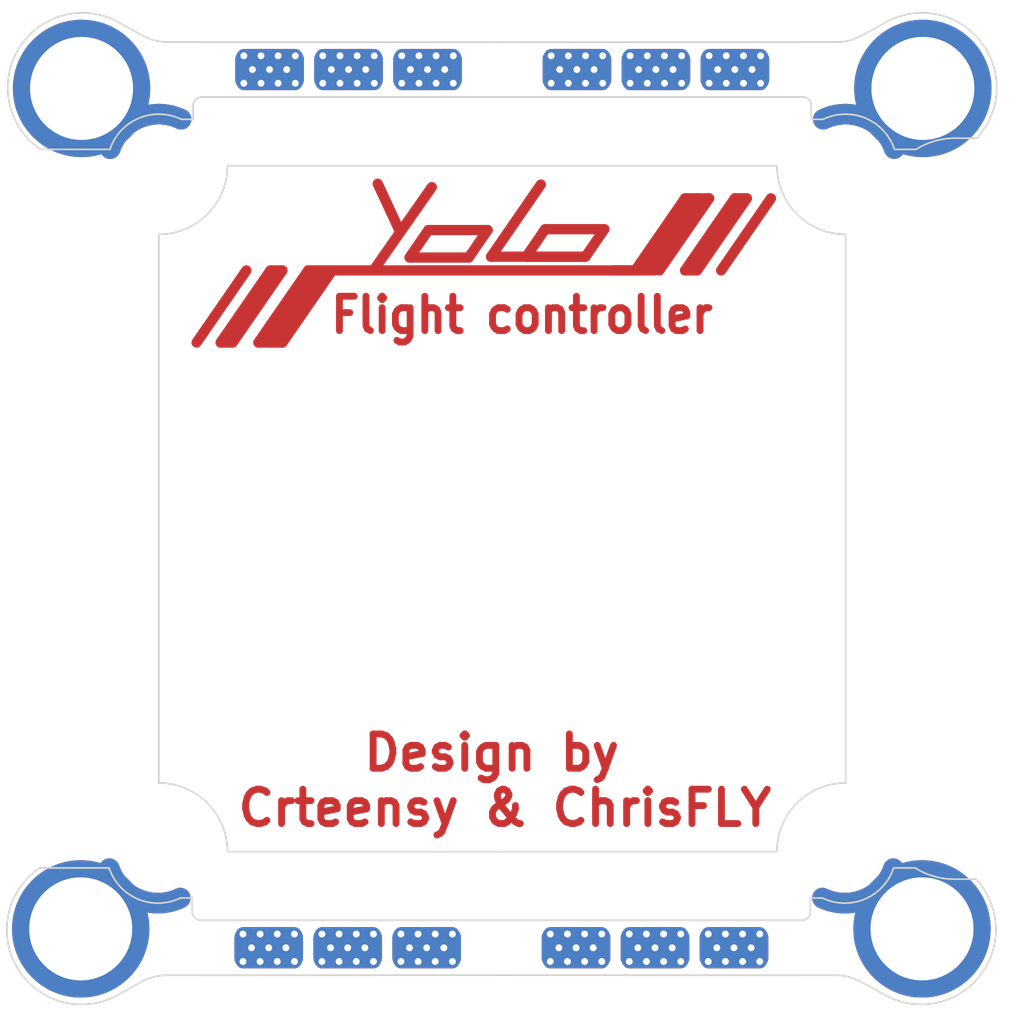
<source format=kicad_pcb>
(kicad_pcb (version 20171130) (host pcbnew "(5.1.4)-1")

  (general
    (thickness 1)
    (drawings 336)
    (tracks 120)
    (zones 0)
    (modules 16)
    (nets 1)
  )

  (page A4)
  (layers
    (0 F.Cu signal)
    (31 B.Cu signal)
    (32 B.Adhes user)
    (33 F.Adhes user)
    (34 B.Paste user)
    (35 F.Paste user)
    (36 B.SilkS user)
    (37 F.SilkS user)
    (38 B.Mask user)
    (39 F.Mask user)
    (40 Dwgs.User user)
    (41 Cmts.User user)
    (42 Eco1.User user)
    (43 Eco2.User user)
    (44 Edge.Cuts user)
    (45 Margin user)
    (46 B.CrtYd user)
    (47 F.CrtYd user)
    (48 B.Fab user)
    (49 F.Fab user)
  )

  (setup
    (last_trace_width 0.1)
    (trace_clearance 0.1)
    (zone_clearance 0.508)
    (zone_45_only no)
    (trace_min 0.1)
    (via_size 0.4)
    (via_drill 0.2)
    (via_min_size 0.4)
    (via_min_drill 0.2)
    (uvia_size 0.3)
    (uvia_drill 0.1)
    (uvias_allowed no)
    (uvia_min_size 0.2)
    (uvia_min_drill 0.1)
    (edge_width 0.05)
    (segment_width 0.2)
    (pcb_text_width 0.3)
    (pcb_text_size 1.5 1.5)
    (mod_edge_width 0.12)
    (mod_text_size 1 1)
    (mod_text_width 0.15)
    (pad_size 2 1.2)
    (pad_drill 0.2)
    (pad_to_mask_clearance 0.051)
    (solder_mask_min_width 0.25)
    (aux_axis_origin 0 0)
    (visible_elements FFFFFF7F)
    (pcbplotparams
      (layerselection 0x010fc_ffffffff)
      (usegerberextensions false)
      (usegerberattributes false)
      (usegerberadvancedattributes false)
      (creategerberjobfile false)
      (excludeedgelayer true)
      (linewidth 0.250000)
      (plotframeref false)
      (viasonmask false)
      (mode 1)
      (useauxorigin false)
      (hpglpennumber 1)
      (hpglpenspeed 20)
      (hpglpendiameter 15.000000)
      (psnegative false)
      (psa4output false)
      (plotreference true)
      (plotvalue true)
      (plotinvisibletext false)
      (padsonsilk false)
      (subtractmaskfromsilk false)
      (outputformat 1)
      (mirror false)
      (drillshape 1)
      (scaleselection 1)
      (outputdirectory ""))
  )

  (net 0 "")

  (net_class Default "Dies ist die voreingestellte Netzklasse."
    (clearance 0.1)
    (trace_width 0.1)
    (via_dia 0.4)
    (via_drill 0.2)
    (uvia_dia 0.3)
    (uvia_drill 0.1)
  )

  (module MountingHole:MountingHole_2.2mm_M2_DIN965_Pad (layer F.Cu) (tedit 60859F6D) (tstamp 6085C301)
    (at 172.15 122.775)
    (descr "Mounting Hole 2.2mm, M2, DIN965")
    (tags "mounting hole 2.2mm m2 din965")
    (attr virtual)
    (fp_text reference REF** (at 0 -2.9 180) (layer F.SilkS) hide
      (effects (font (size 1 1) (thickness 0.15)))
    )
    (fp_text value MountingHole_2.2mm_M2_DIN965_Pad (at 0 2.9 180) (layer F.Fab) hide
      (effects (font (size 1 1) (thickness 0.15)))
    )
    (fp_text user %R (at 0.3 0 180) (layer F.Fab) hide
      (effects (font (size 1 1) (thickness 0.15)))
    )
    (fp_circle (center 0 0) (end 1.2 0) (layer Cmts.User) (width 0.15))
    (fp_circle (center 0 0) (end 2 0) (layer F.CrtYd) (width 0.05))
    (pad 1 thru_hole roundrect (at 0 0) (size 2 1.2) (drill 0.2) (layers *.Cu F.Mask) (roundrect_rratio 0.25))
  )

  (module MountingHole:MountingHole_2.2mm_M2_DIN965_Pad (layer F.Cu) (tedit 60859F6D) (tstamp 6085C2FA)
    (at 174.45 122.775)
    (descr "Mounting Hole 2.2mm, M2, DIN965")
    (tags "mounting hole 2.2mm m2 din965")
    (attr virtual)
    (fp_text reference REF** (at 0 -2.9 180) (layer F.SilkS) hide
      (effects (font (size 1 1) (thickness 0.15)))
    )
    (fp_text value MountingHole_2.2mm_M2_DIN965_Pad (at 0 2.9 180) (layer F.Fab) hide
      (effects (font (size 1 1) (thickness 0.15)))
    )
    (fp_text user %R (at 0.3 0 180) (layer F.Fab) hide
      (effects (font (size 1 1) (thickness 0.15)))
    )
    (fp_circle (center 0 0) (end 1.2 0) (layer Cmts.User) (width 0.15))
    (fp_circle (center 0 0) (end 2 0) (layer F.CrtYd) (width 0.05))
    (pad 1 thru_hole roundrect (at 0 0) (size 2 1.2) (drill 0.2) (layers *.Cu F.Mask) (roundrect_rratio 0.25))
  )

  (module MountingHole:MountingHole_2.2mm_M2_DIN965_Pad (layer F.Cu) (tedit 60859F6D) (tstamp 6085C2F3)
    (at 167.8 122.775)
    (descr "Mounting Hole 2.2mm, M2, DIN965")
    (tags "mounting hole 2.2mm m2 din965")
    (attr virtual)
    (fp_text reference REF** (at 0 -2.9 180) (layer F.SilkS) hide
      (effects (font (size 1 1) (thickness 0.15)))
    )
    (fp_text value MountingHole_2.2mm_M2_DIN965_Pad (at 0 2.9 180) (layer F.Fab) hide
      (effects (font (size 1 1) (thickness 0.15)))
    )
    (fp_text user %R (at 0.3 0 180) (layer F.Fab) hide
      (effects (font (size 1 1) (thickness 0.15)))
    )
    (fp_circle (center 0 0) (end 1.2 0) (layer Cmts.User) (width 0.15))
    (fp_circle (center 0 0) (end 2 0) (layer F.CrtYd) (width 0.05))
    (pad 1 thru_hole roundrect (at 0 0) (size 2 1.2) (drill 0.2) (layers *.Cu F.Mask) (roundrect_rratio 0.25))
  )

  (module MountingHole:MountingHole_2.2mm_M2_DIN965_Pad (layer F.Cu) (tedit 6085A0F4) (tstamp 6085C2EC)
    (at 163.2 122.775)
    (descr "Mounting Hole 2.2mm, M2, DIN965")
    (tags "mounting hole 2.2mm m2 din965")
    (attr virtual)
    (fp_text reference REF** (at 0 -2.9 180) (layer F.SilkS) hide
      (effects (font (size 1 1) (thickness 0.15)))
    )
    (fp_text value MountingHole_2.2mm_M2_DIN965_Pad (at 0 2.9 180) (layer F.Fab) hide
      (effects (font (size 1 1) (thickness 0.15)))
    )
    (fp_circle (center 0 0) (end 2 0) (layer F.CrtYd) (width 0.05))
    (fp_circle (center 0 0) (end 1.2 0) (layer Cmts.User) (width 0.15))
    (fp_text user %R (at 0.3 0 180) (layer F.Fab) hide
      (effects (font (size 1 1) (thickness 0.15)))
    )
    (pad 1 thru_hole roundrect (at 0 0) (size 2 1.2) (drill 0.2) (layers *.Cu F.Mask) (roundrect_rratio 0.25))
  )

  (module MountingHole:MountingHole_2.2mm_M2_DIN965_Pad (layer F.Cu) (tedit 60859F6D) (tstamp 6085C2E5)
    (at 165.5 122.775)
    (descr "Mounting Hole 2.2mm, M2, DIN965")
    (tags "mounting hole 2.2mm m2 din965")
    (attr virtual)
    (fp_text reference REF** (at 0 -2.9 180) (layer F.SilkS) hide
      (effects (font (size 1 1) (thickness 0.15)))
    )
    (fp_text value MountingHole_2.2mm_M2_DIN965_Pad (at 0 2.9 180) (layer F.Fab) hide
      (effects (font (size 1 1) (thickness 0.15)))
    )
    (fp_circle (center 0 0) (end 2 0) (layer F.CrtYd) (width 0.05))
    (fp_circle (center 0 0) (end 1.2 0) (layer Cmts.User) (width 0.15))
    (fp_text user %R (at 0.3 0 180) (layer F.Fab) hide
      (effects (font (size 1 1) (thickness 0.15)))
    )
    (pad 1 thru_hole roundrect (at 0 0) (size 2 1.2) (drill 0.2) (layers *.Cu F.Mask) (roundrect_rratio 0.25))
  )

  (module MountingHole:MountingHole_2.2mm_M2_DIN965_Pad (layer B.Cu) (tedit 60859EEF) (tstamp 6085C2DE)
    (at 157.725 122.225 95)
    (descr "Mounting Hole 2.2mm, M2, DIN965")
    (tags "mounting hole 2.2mm m2 din965")
    (attr virtual)
    (fp_text reference REF** (at 0 2.9 95) (layer B.SilkS) hide
      (effects (font (size 1 1) (thickness 0.15)) (justify mirror))
    )
    (fp_text value MountingHole_2.2mm_M2_DIN965_Pad (at 0 -2.9 95) (layer B.Fab) hide
      (effects (font (size 1 1) (thickness 0.15)) (justify mirror))
    )
    (fp_text user %R (at 0.3 0 95) (layer B.Fab) hide
      (effects (font (size 1 1) (thickness 0.15)) (justify mirror))
    )
    (fp_circle (center 0 0) (end 1.2 0) (layer Cmts.User) (width 0.15))
    (fp_circle (center 0 0) (end 2 0) (layer B.CrtYd) (width 0.05))
    (pad 1 thru_hole circle (at 0 0 95) (size 4 4) (drill 3) (layers *.Cu *.Mask))
  )

  (module MountingHole:MountingHole_2.2mm_M2_DIN965_Pad (layer F.Cu) (tedit 60859F6D) (tstamp 6085C2B2)
    (at 176.75 122.775)
    (descr "Mounting Hole 2.2mm, M2, DIN965")
    (tags "mounting hole 2.2mm m2 din965")
    (attr virtual)
    (fp_text reference REF** (at 0 -2.9 180) (layer F.SilkS) hide
      (effects (font (size 1 1) (thickness 0.15)))
    )
    (fp_text value MountingHole_2.2mm_M2_DIN965_Pad (at 0 2.9 180) (layer F.Fab) hide
      (effects (font (size 1 1) (thickness 0.15)))
    )
    (fp_circle (center 0 0) (end 2 0) (layer F.CrtYd) (width 0.05))
    (fp_circle (center 0 0) (end 1.2 0) (layer Cmts.User) (width 0.15))
    (fp_text user %R (at 0.3 0 180) (layer F.Fab) hide
      (effects (font (size 1 1) (thickness 0.15)))
    )
    (pad 1 thru_hole roundrect (at 0 0) (size 2 1.2) (drill 0.2) (layers *.Cu F.Mask) (roundrect_rratio 0.25))
  )

  (module MountingHole:MountingHole_2.2mm_M2_DIN965_Pad (layer F.Cu) (tedit 60859EEF) (tstamp 6085C2AB)
    (at 182.225 122.225 85)
    (descr "Mounting Hole 2.2mm, M2, DIN965")
    (tags "mounting hole 2.2mm m2 din965")
    (attr virtual)
    (fp_text reference REF** (at 0 -2.9 265) (layer F.SilkS) hide
      (effects (font (size 1 1) (thickness 0.15)))
    )
    (fp_text value MountingHole_2.2mm_M2_DIN965_Pad (at 0 2.9 265) (layer F.Fab) hide
      (effects (font (size 1 1) (thickness 0.15)))
    )
    (fp_circle (center 0 0) (end 2 0) (layer F.CrtYd) (width 0.05))
    (fp_circle (center 0 0) (end 1.2 0) (layer Cmts.User) (width 0.15))
    (fp_text user %R (at 0.3 0 265) (layer F.Fab) hide
      (effects (font (size 1 1) (thickness 0.15)))
    )
    (pad 1 thru_hole circle (at 0 0 85) (size 4 4) (drill 3) (layers *.Cu *.Mask))
  )

  (module MountingHole:MountingHole_2.2mm_M2_DIN965_Pad (layer F.Cu) (tedit 6085A0F4) (tstamp 6085B6D7)
    (at 163.225 97.2)
    (descr "Mounting Hole 2.2mm, M2, DIN965")
    (tags "mounting hole 2.2mm m2 din965")
    (attr virtual)
    (fp_text reference REF** (at 0 -2.9 180) (layer F.SilkS) hide
      (effects (font (size 1 1) (thickness 0.15)))
    )
    (fp_text value MountingHole_2.2mm_M2_DIN965_Pad (at 0 2.9 180) (layer F.Fab) hide
      (effects (font (size 1 1) (thickness 0.15)))
    )
    (fp_circle (center 0 0) (end 2 0) (layer F.CrtYd) (width 0.05))
    (fp_circle (center 0 0) (end 1.2 0) (layer Cmts.User) (width 0.15))
    (fp_text user %R (at 0.3 0 180) (layer F.Fab) hide
      (effects (font (size 1 1) (thickness 0.15)))
    )
    (pad 1 thru_hole roundrect (at 0 0) (size 2 1.2) (drill 0.2) (layers *.Cu F.Mask) (roundrect_rratio 0.25))
  )

  (module MountingHole:MountingHole_2.2mm_M2_DIN965_Pad (layer F.Cu) (tedit 60859F6D) (tstamp 6085B6D0)
    (at 165.525 97.2)
    (descr "Mounting Hole 2.2mm, M2, DIN965")
    (tags "mounting hole 2.2mm m2 din965")
    (attr virtual)
    (fp_text reference REF** (at 0 -2.9 180) (layer F.SilkS) hide
      (effects (font (size 1 1) (thickness 0.15)))
    )
    (fp_text value MountingHole_2.2mm_M2_DIN965_Pad (at 0 2.9 180) (layer F.Fab) hide
      (effects (font (size 1 1) (thickness 0.15)))
    )
    (fp_circle (center 0 0) (end 2 0) (layer F.CrtYd) (width 0.05))
    (fp_circle (center 0 0) (end 1.2 0) (layer Cmts.User) (width 0.15))
    (fp_text user %R (at 0.3 0 180) (layer F.Fab) hide
      (effects (font (size 1 1) (thickness 0.15)))
    )
    (pad 1 thru_hole roundrect (at 0 0) (size 2 1.2) (drill 0.2) (layers *.Cu F.Mask) (roundrect_rratio 0.25))
  )

  (module MountingHole:MountingHole_2.2mm_M2_DIN965_Pad (layer F.Cu) (tedit 60859F6D) (tstamp 6085B6C9)
    (at 167.825 97.2)
    (descr "Mounting Hole 2.2mm, M2, DIN965")
    (tags "mounting hole 2.2mm m2 din965")
    (attr virtual)
    (fp_text reference REF** (at 0 -2.9 180) (layer F.SilkS) hide
      (effects (font (size 1 1) (thickness 0.15)))
    )
    (fp_text value MountingHole_2.2mm_M2_DIN965_Pad (at 0 2.9 180) (layer F.Fab) hide
      (effects (font (size 1 1) (thickness 0.15)))
    )
    (fp_text user %R (at 0.3 0 180) (layer F.Fab) hide
      (effects (font (size 1 1) (thickness 0.15)))
    )
    (fp_circle (center 0 0) (end 1.2 0) (layer Cmts.User) (width 0.15))
    (fp_circle (center 0 0) (end 2 0) (layer F.CrtYd) (width 0.05))
    (pad 1 thru_hole roundrect (at 0 0) (size 2 1.2) (drill 0.2) (layers *.Cu F.Mask) (roundrect_rratio 0.25))
  )

  (module MountingHole:MountingHole_2.2mm_M2_DIN965_Pad (layer F.Cu) (tedit 60859EEF) (tstamp 6085B4BA)
    (at 157.75 97.75 265)
    (descr "Mounting Hole 2.2mm, M2, DIN965")
    (tags "mounting hole 2.2mm m2 din965")
    (attr virtual)
    (fp_text reference REF** (at 0 -2.9 265) (layer F.SilkS) hide
      (effects (font (size 1 1) (thickness 0.15)))
    )
    (fp_text value MountingHole_2.2mm_M2_DIN965_Pad (at 0 2.9 265) (layer F.Fab) hide
      (effects (font (size 1 1) (thickness 0.15)))
    )
    (fp_circle (center 0 0) (end 2 0) (layer F.CrtYd) (width 0.05))
    (fp_circle (center 0 0) (end 1.2 0) (layer Cmts.User) (width 0.15))
    (fp_text user %R (at 0.3 0 265) (layer F.Fab) hide
      (effects (font (size 1 1) (thickness 0.15)))
    )
    (pad 1 thru_hole circle (at 0 0 265) (size 4 4) (drill 3) (layers *.Cu *.Mask))
  )

  (module MountingHole:MountingHole_2.2mm_M2_DIN965_Pad (layer F.Cu) (tedit 60859F6D) (tstamp 6085B177)
    (at 172.175 97.2)
    (descr "Mounting Hole 2.2mm, M2, DIN965")
    (tags "mounting hole 2.2mm m2 din965")
    (attr virtual)
    (fp_text reference REF** (at 0 -2.9 180) (layer F.SilkS) hide
      (effects (font (size 1 1) (thickness 0.15)))
    )
    (fp_text value MountingHole_2.2mm_M2_DIN965_Pad (at 0 2.9 180) (layer F.Fab) hide
      (effects (font (size 1 1) (thickness 0.15)))
    )
    (fp_text user %R (at 0.3 0 180) (layer F.Fab) hide
      (effects (font (size 1 1) (thickness 0.15)))
    )
    (fp_circle (center 0 0) (end 1.2 0) (layer Cmts.User) (width 0.15))
    (fp_circle (center 0 0) (end 2 0) (layer F.CrtYd) (width 0.05))
    (pad 1 thru_hole roundrect (at 0 0) (size 2 1.2) (drill 0.2) (layers *.Cu F.Mask) (roundrect_rratio 0.25))
  )

  (module MountingHole:MountingHole_2.2mm_M2_DIN965_Pad (layer F.Cu) (tedit 60859F6D) (tstamp 6085B177)
    (at 174.475 97.2)
    (descr "Mounting Hole 2.2mm, M2, DIN965")
    (tags "mounting hole 2.2mm m2 din965")
    (attr virtual)
    (fp_text reference REF** (at 0 -2.9 180) (layer F.SilkS) hide
      (effects (font (size 1 1) (thickness 0.15)))
    )
    (fp_text value MountingHole_2.2mm_M2_DIN965_Pad (at 0 2.9 180) (layer F.Fab) hide
      (effects (font (size 1 1) (thickness 0.15)))
    )
    (fp_text user %R (at 0.3 0 180) (layer F.Fab) hide
      (effects (font (size 1 1) (thickness 0.15)))
    )
    (fp_circle (center 0 0) (end 1.2 0) (layer Cmts.User) (width 0.15))
    (fp_circle (center 0 0) (end 2 0) (layer F.CrtYd) (width 0.05))
    (pad 1 thru_hole roundrect (at 0 0) (size 2 1.2) (drill 0.2) (layers *.Cu F.Mask) (roundrect_rratio 0.25))
  )

  (module MountingHole:MountingHole_2.2mm_M2_DIN965_Pad (layer F.Cu) (tedit 60859F6D) (tstamp 6085AF9E)
    (at 176.775 97.2)
    (descr "Mounting Hole 2.2mm, M2, DIN965")
    (tags "mounting hole 2.2mm m2 din965")
    (attr virtual)
    (fp_text reference REF** (at 0 -2.9 180) (layer F.SilkS) hide
      (effects (font (size 1 1) (thickness 0.15)))
    )
    (fp_text value MountingHole_2.2mm_M2_DIN965_Pad (at 0 2.9 180) (layer F.Fab) hide
      (effects (font (size 1 1) (thickness 0.15)))
    )
    (fp_circle (center 0 0) (end 2 0) (layer F.CrtYd) (width 0.05))
    (fp_circle (center 0 0) (end 1.2 0) (layer Cmts.User) (width 0.15))
    (fp_text user %R (at 0.3 0 180) (layer F.Fab) hide
      (effects (font (size 1 1) (thickness 0.15)))
    )
    (pad 1 thru_hole roundrect (at 0 0) (size 2 1.2) (drill 0.2) (layers *.Cu F.Mask) (roundrect_rratio 0.25))
  )

  (module MountingHole:MountingHole_2.2mm_M2_DIN965_Pad (layer B.Cu) (tedit 60859EEF) (tstamp 6085A67F)
    (at 182.25 97.75 275)
    (descr "Mounting Hole 2.2mm, M2, DIN965")
    (tags "mounting hole 2.2mm m2 din965")
    (attr virtual)
    (fp_text reference REF** (at 0 2.9 95) (layer B.SilkS) hide
      (effects (font (size 1 1) (thickness 0.15)) (justify mirror))
    )
    (fp_text value MountingHole_2.2mm_M2_DIN965_Pad (at 0 -2.9 95) (layer B.Fab) hide
      (effects (font (size 1 1) (thickness 0.15)) (justify mirror))
    )
    (fp_text user %R (at 0.3 0 95) (layer B.Fab) hide
      (effects (font (size 1 1) (thickness 0.15)) (justify mirror))
    )
    (fp_circle (center 0 0) (end 1.2 0) (layer Cmts.User) (width 0.15))
    (fp_circle (center 0 0) (end 2 0) (layer B.CrtYd) (width 0.05))
    (pad 1 thru_hole circle (at 0 0 275) (size 4 4) (drill 3) (layers *.Cu *.Mask))
  )

  (gr_line (start 162.9 105.15) (end 163.6 105.15) (layer F.Mask) (width 0.3) (tstamp 6085E212))
  (gr_line (start 161.8 105.15) (end 163.25 103.05) (layer F.Mask) (width 0.3) (tstamp 6085E211))
  (gr_line (start 163.25 103.05) (end 163.6 103.05) (layer F.Cu) (width 0.3) (tstamp 6085E210))
  (gr_line (start 162.15 105.15) (end 163.6 103.05) (layer F.Mask) (width 0.3) (tstamp 6085E20F))
  (gr_line (start 163.250001 105.15) (end 164.7 103.05) (layer F.Cu) (width 0.3) (tstamp 6085E20E))
  (gr_line (start 161.1 105.15) (end 162.55 103.05) (layer F.Cu) (width 0.3) (tstamp 6085E20D))
  (gr_line (start 163.6 105.15) (end 165.05 103.05) (layer F.Mask) (width 0.3) (tstamp 6085E20C))
  (gr_line (start 161.1 105.15) (end 162.55 103.05) (layer F.Mask) (width 0.3) (tstamp 6085E20B))
  (gr_line (start 162.9 105.15) (end 164.35 103.05) (layer F.Cu) (width 0.3) (tstamp 6085E20A))
  (gr_line (start 163.250001 105.15) (end 164.7 103.05) (layer F.Mask) (width 0.3) (tstamp 6085E209))
  (gr_line (start 162.9 105.15) (end 164.35 103.05) (layer F.Mask) (width 0.3) (tstamp 6085E208))
  (gr_line (start 162.9 105.15) (end 163.6 105.15) (layer F.Cu) (width 0.3) (tstamp 6085E207))
  (gr_line (start 163.6 105.15) (end 165.05 103.05) (layer F.Cu) (width 0.3) (tstamp 6085E206))
  (gr_line (start 162.15 105.15) (end 163.6 103.05) (layer F.Cu) (width 0.3) (tstamp 6085E205))
  (gr_line (start 161.8 105.15) (end 163.25 103.05) (layer F.Cu) (width 0.3) (tstamp 6085E204))
  (gr_line (start 163.25 103.05) (end 163.6 103.05) (layer F.Mask) (width 0.3) (tstamp 6085E203))
  (gr_line (start 161.8 105.15) (end 162.15 105.15) (layer F.Cu) (width 0.3) (tstamp 6085E202))
  (gr_line (start 161.8 105.15) (end 162.15 105.15) (layer F.Mask) (width 0.3) (tstamp 6085E201))
  (gr_line (start 175.675 103.05) (end 175.325 103.05) (layer F.Mask) (width 0.3) (tstamp 6085D0A9))
  (gr_line (start 173.975 103.05) (end 173.275 103.05) (layer F.Cu) (width 0.3) (tstamp 6085CFC8))
  (gr_line (start 173.975 103.05) (end 173.275 103.05) (layer F.Mask) (width 0.3) (tstamp 6085D0A4))
  (gr_line (start 175.675 103.05) (end 175.325 103.05) (layer F.Cu) (width 0.3) (tstamp 6085CFD8))
  (gr_line (start 167.325 102.675) (end 169.025 102.675) (layer F.Mask) (width 0.3) (tstamp 6085D281))
  (gr_line (start 167.3 102.675) (end 167.85 101.875) (layer F.Mask) (width 0.3) (tstamp 6085D280))
  (gr_line (start 169.575 101.875) (end 167.85 101.875) (layer F.Mask) (width 0.3) (tstamp 6085D27F))
  (gr_line (start 169.025 102.675) (end 169.575 101.875) (layer F.Mask) (width 0.3) (tstamp 6085D27E))
  (gr_line (start 167.325 102.675) (end 169.025 102.675) (layer F.Cu) (width 0.3) (tstamp 6085D27D))
  (gr_line (start 167.3 102.675) (end 167.85 101.875) (layer F.Cu) (width 0.3) (tstamp 6085D27C))
  (gr_line (start 169.025 102.675) (end 169.575 101.875) (layer F.Cu) (width 0.3) (tstamp 6085D27B))
  (gr_line (start 169.575 101.875) (end 167.85 101.875) (layer F.Cu) (width 0.3) (tstamp 6085D27A))
  (gr_line (start 169.675 102.65) (end 172.425 102.65) (layer F.Mask) (width 0.3))
  (gr_line (start 169.675 102.65) (end 172.4 102.65) (layer F.Cu) (width 0.3) (tstamp 6086184F))
  (gr_line (start 172.975 101.85) (end 171.25 101.85) (layer F.Cu) (width 0.3) (tstamp 60861852))
  (gr_line (start 172.425 102.65) (end 172.975 101.85) (layer F.Cu) (width 0.3) (tstamp 60861851))
  (gr_line (start 172.425 102.65) (end 172.975 101.85) (layer F.Mask) (width 0.3) (tstamp 6085CB45))
  (gr_line (start 172.975 101.85) (end 171.25 101.85) (layer F.Mask) (width 0.3) (tstamp 6085CB46))
  (gr_line (start 177.125 100.95) (end 176.775 100.95) (layer F.Mask) (width 0.3) (tstamp 6085D18E))
  (gr_line (start 176.775 100.95) (end 175.325 103.05) (layer F.Cu) (width 0.3) (tstamp 6085D0B7))
  (gr_line (start 177.125 100.95) (end 175.675 103.05) (layer F.Cu) (width 0.3) (tstamp 6085D0B7))
  (gr_line (start 176.025 100.95) (end 175.325 100.95) (layer F.Mask) (width 0.3) (tstamp 6085D0A4))
  (gr_line (start 177.825 100.95) (end 176.375 103.05) (layer F.Mask) (width 0.3) (tstamp 6085D099))
  (gr_line (start 177.125 100.95) (end 175.675 103.05) (layer F.Mask) (width 0.3) (tstamp 6085D099))
  (gr_line (start 176.775 100.95) (end 175.325 103.05) (layer F.Mask) (width 0.3) (tstamp 6085D099))
  (gr_line (start 175.675 100.95) (end 174.225 103.05) (layer F.Mask) (width 0.3) (tstamp 6085D099))
  (gr_line (start 176.025 100.95) (end 174.575 103.05) (layer F.Mask) (width 0.3) (tstamp 6085D099))
  (gr_line (start 175.325 100.95) (end 173.875 103.05) (layer F.Mask) (width 0.3) (tstamp 6085D096))
  (gr_line (start 176.025 100.95) (end 174.575 103.05) (layer F.Cu) (width 0.3) (tstamp 6085CFD4))
  (gr_line (start 176.025 100.95) (end 175.325 100.95) (layer F.Cu) (width 0.3) (tstamp 6085CFC3))
  (gr_line (start 177.125 100.95) (end 176.775 100.95) (layer F.Cu) (width 0.3) (tstamp 6085CFC3))
  (gr_line (start 177.825 100.95) (end 176.375 103.05) (layer F.Cu) (width 0.3) (tstamp 6085CF80))
  (gr_line (start 175.675 100.95) (end 174.225 103.05) (layer F.Cu) (width 0.3) (tstamp 6085CF70))
  (gr_line (start 175.325 100.95) (end 173.875 103.05) (layer F.Cu) (width 0.3) (tstamp 6085CF2B))
  (gr_text "Design by \nCrteensy & ChrisFLY" (at 170.075 117.9) (layer F.Mask) (tstamp 6085CD5D)
    (effects (font (size 1 1) (thickness 0.2)))
  )
  (gr_text "Design by \nCrteensy & ChrisFLY" (at 170.075 117.9) (layer F.Cu) (tstamp 6085CD41)
    (effects (font (size 1 1) (thickness 0.2)))
  )
  (gr_line (start 166.25 103.05) (end 167.95 100.625) (layer F.Cu) (width 0.3) (tstamp 60861853))
  (gr_line (start 170.7 102.65) (end 171.25 101.85) (layer F.Cu) (width 0.3) (tstamp 6086184E))
  (gr_line (start 174.425 103.05) (end 164.35 103.05) (layer F.Cu) (width 0.3) (tstamp 6086184D))
  (gr_line (start 166.375 100.525) (end 167.025 101.925) (layer F.Cu) (width 0.3) (tstamp 6086184C))
  (gr_line (start 171.125 100.55) (end 169.675 102.65) (layer F.Cu) (width 0.3) (tstamp 60861849))
  (gr_line (start 170.725 102.65) (end 172.425 102.65) (layer F.Cu) (width 0.3) (tstamp 60861848))
  (gr_line (start 170.7 102.65) (end 171.25 101.85) (layer F.Mask) (width 0.3) (tstamp 6085CB47))
  (gr_line (start 170.725 102.65) (end 172.425 102.65) (layer F.Mask) (width 0.3) (tstamp 6085CB44))
  (gr_line (start 171.125 100.55) (end 169.675 102.65) (layer F.Mask) (width 0.3))
  (gr_line (start 166.275 103.025) (end 167.95 100.625) (layer F.Mask) (width 0.3))
  (gr_line (start 174.575 103.05) (end 164.35 103.05) (layer F.Mask) (width 0.3))
  (gr_line (start 166.375 100.525) (end 167.025 101.925) (layer F.Mask) (width 0.3))
  (gr_text "Flight controller" (at 170.575 104.325) (layer F.Mask) (tstamp 6085CA3E)
    (effects (font (size 1 0.9) (thickness 0.2)))
  )
  (gr_text "Flight controller" (at 170.575 104.35) (layer F.Cu)
    (effects (font (size 1 0.9) (thickness 0.2)))
  )
  (gr_line (start 160 102) (end 160 117.975) (layer Edge.Cuts) (width 0.05) (tstamp 6085C9C8))
  (gr_line (start 180 117.975) (end 180 102) (layer Edge.Cuts) (width 0.05) (tstamp 6085C9C7))
  (gr_arc (start 180 119.975) (end 178 119.975) (angle 90) (layer Edge.Cuts) (width 0.05) (tstamp 6085C9BA))
  (gr_arc (start 160 119.975) (end 162 119.975) (angle -90) (layer Edge.Cuts) (width 0.05) (tstamp 6085C9B9))
  (gr_line (start 162 119.975) (end 170 119.975) (layer Edge.Cuts) (width 0.05) (tstamp 6085C9B8))
  (gr_line (start 178 119.975) (end 170 119.975) (layer Edge.Cuts) (width 0.05) (tstamp 6085C9B7))
  (gr_arc (start 160 100) (end 162 100) (angle 90) (layer Edge.Cuts) (width 0.05) (tstamp 6085C9A9))
  (gr_line (start 162 100) (end 170 100) (layer Edge.Cuts) (width 0.05) (tstamp 6085C9A8))
  (gr_line (start 178 100) (end 170 100) (layer Edge.Cuts) (width 0.05))
  (gr_arc (start 180 100) (end 178 100) (angle -90) (layer Edge.Cuts) (width 0.05))
  (gr_circle (center 180 100) (end 182 100.025) (layer Eco1.User) (width 0.15))
  (gr_circle (center 180 100) (end 181.5 100) (layer Eco1.User) (width 0.15))
  (gr_arc (start 159.975 119.975) (end 159.975 121.475) (angle 70.7) (layer B.Mask) (width 0.6) (tstamp 6085C2DD))
  (gr_line (start 158.898227 124.097214) (end 159.526661 123.753097) (layer Edge.Cuts) (width 0.05) (tstamp 6085C2DC))
  (gr_line (start 160.700001 121.325) (end 160.625723 121.326503) (layer Edge.Cuts) (width 0.05) (tstamp 6085C2DB))
  (gr_arc (start 157.723744 122.223744) (end 157.725 120.725) (angle 58.72519265) (layer Eco1.User) (width 0.2) (tstamp 6085C2DA))
  (gr_line (start 160.235585 123.575) (end 169.975 123.572167) (layer Edge.Cuts) (width 0.05) (tstamp 6085C2D9))
  (gr_line (start 160.975 121.325) (end 160.700001 121.325) (layer Edge.Cuts) (width 0.05) (tstamp 6085C2D8))
  (gr_arc (start 159.872 120.984694) (end 159.072 121.559694) (angle -53.02067181) (layer Eco1.User) (width 0.2) (tstamp 6085C2D7))
  (gr_line (start 156.526293 120.451899) (end 156.55 120.45) (layer Edge.Cuts) (width 0.05) (tstamp 6085C2D6))
  (gr_arc (start 160.235585 125.075) (end 160.235585 123.575) (angle -28.2042395) (layer Edge.Cuts) (width 0.05) (tstamp 6085C2D5))
  (gr_arc (start 157.75 122.25) (end 155.575 122.25) (angle 55.76253722) (layer Edge.Cuts) (width 0.05) (tstamp 6085C2D4))
  (gr_arc (start 161.225 121.725) (end 160.975 121.725) (angle -90) (layer Edge.Cuts) (width 0.05) (tstamp 6085C2D3))
  (gr_line (start 158.55 120.450001) (end 156.55 120.45) (layer Edge.Cuts) (width 0.05) (tstamp 6085C2D2))
  (gr_arc (start 159.975723 119.976503) (end 159.975 121.475) (angle -25.7) (layer B.Cu) (width 0.6) (tstamp 6085C2D1))
  (gr_line (start 158.5596 120.471632) (end 158.55 120.450001) (layer Edge.Cuts) (width 0.05) (tstamp 6085C2D0))
  (gr_arc (start 159.975 119.975) (end 159.975 121.475) (angle 70.7) (layer F.Mask) (width 0.6) (tstamp 6085C2CF))
  (gr_arc (start 159.975 119.975) (end 159.975 121.475) (angle 70.7) (layer B.Cu) (width 0.6) (tstamp 6085C2CE))
  (gr_arc (start 159.975723 119.976503) (end 159.975 121.475) (angle -25.7) (layer F.Cu) (width 0.6) (tstamp 6085C2CD))
  (gr_line (start 159.072 121.559694) (end 159.005353 121.446754) (layer Eco1.User) (width 0.2) (tstamp 6085C2CC))
  (gr_arc (start 159.975 119.975) (end 159.975 121.475) (angle 70.7) (layer F.Cu) (width 0.6) (tstamp 6085C2CB))
  (gr_arc (start 159.975723 119.976503) (end 159.975 121.475) (angle -25.7) (layer B.Mask) (width 0.6) (tstamp 6085C2CA))
  (gr_arc (start 159.975723 119.976503) (end 159.975 121.475) (angle -25.7) (layer F.Mask) (width 0.6) (tstamp 6085C2C9))
  (gr_arc (start 179.975 119.975) (end 179.975 121.475) (angle -70.7) (layer F.Cu) (width 0.6) (tstamp 6085C2C8))
  (gr_arc (start 179.974277 119.976503) (end 179.975 121.475) (angle 25.7) (layer B.Cu) (width 0.6) (tstamp 6085C2C7))
  (gr_arc (start 179.975 119.975) (end 179.975 121.475) (angle -70.7) (layer B.Cu) (width 0.6) (tstamp 6085C2C6))
  (gr_arc (start 182.2 122.25) (end 184.375 122.25) (angle -42.67218491) (layer Edge.Cuts) (width 0.05) (tstamp 6085C2C5))
  (gr_arc (start 183.175 118.6) (end 182.025 120.45) (angle -29.53808178) (layer Edge.Cuts) (width 0.05) (tstamp 6085C2C4))
  (gr_arc (start 157.75 122.25) (end 155.575 122.25) (angle -121.8650605) (layer Edge.Cuts) (width 0.05) (tstamp 6085C2C3))
  (gr_arc (start 159.975 119.975) (end 159.975 121.475) (angle -25.70995378) (layer Edge.Cuts) (width 0.05) (tstamp 6085C2C2))
  (gr_arc (start 159.975 119.975) (end 159.975 121.475) (angle 70.66519146) (layer Edge.Cuts) (width 0.05) (tstamp 6085C2C1))
  (gr_line (start 183.799155 120.775779) (end 183.086521 120.776504) (layer Edge.Cuts) (width 0.05) (tstamp 6085C2C0))
  (gr_arc (start 179.974277 119.976503) (end 179.975 121.475) (angle 25.7) (layer F.Mask) (width 0.6) (tstamp 6085C2BF))
  (gr_arc (start 179.974277 119.976503) (end 179.975 121.475) (angle 25.7) (layer F.Cu) (width 0.6) (tstamp 6085C2BE))
  (gr_line (start 161.225 121.975) (end 169.975 121.974999) (layer Edge.Cuts) (width 0.05) (tstamp 6085C2BD))
  (gr_arc (start 179.974277 119.976503) (end 179.975 121.475) (angle 25.7) (layer B.Mask) (width 0.6) (tstamp 6085C2BC))
  (gr_arc (start 179.975 119.975) (end 179.975 121.475) (angle -70.7) (layer F.Mask) (width 0.6) (tstamp 6085C2BB))
  (gr_line (start 160.975 121.725) (end 160.975 121.325) (layer Edge.Cuts) (width 0.05) (tstamp 6085C2BA))
  (gr_arc (start 179.975 119.975) (end 179.975 121.475) (angle -70.7) (layer B.Mask) (width 0.6) (tstamp 6085C2B9))
  (gr_arc (start 178.725 121.725) (end 178.975 121.725) (angle 90) (layer Edge.Cuts) (width 0.05) (tstamp 6085C2AA))
  (gr_arc (start 179.714415 125.075) (end 179.714415 123.575) (angle 28.2042395) (layer Edge.Cuts) (width 0.05) (tstamp 6085C2A9))
  (gr_line (start 181.4 120.45) (end 182.025 120.45) (layer Edge.Cuts) (width 0.05) (tstamp 6085C2A8))
  (gr_line (start 179.25 121.325) (end 179.324277 121.326503) (layer Edge.Cuts) (width 0.05) (tstamp 6085C2A7))
  (gr_line (start 179.714415 123.575) (end 169.975 123.572167) (layer Edge.Cuts) (width 0.05) (tstamp 6085C2A6))
  (gr_line (start 178.975 121.325) (end 179.25 121.325) (layer Edge.Cuts) (width 0.05) (tstamp 6085C2A5))
  (gr_line (start 181.3904 120.471632) (end 181.4 120.45) (layer Edge.Cuts) (width 0.05) (tstamp 6085C2A4))
  (gr_line (start 181.051773 124.097214) (end 180.423339 123.753097) (layer Edge.Cuts) (width 0.05) (tstamp 6085C2A3))
  (gr_line (start 177.776232 122.438223) (end 177.799732 122.425565) (layer Eco1.User) (width 0.2) (tstamp 6085C2A2))
  (gr_arc (start 173.305 122.774998) (end 173.605 122.575) (angle -56.30993247) (layer Eco1.User) (width 0.2) (tstamp 6085C2A1))
  (gr_line (start 176.254999 122.575) (end 176.255 122.275399) (layer Eco1.User) (width 0.2) (tstamp 6085C2A0))
  (gr_arc (start 170.175 122.875) (end 170.175 121.875) (angle 68.83874018) (layer Eco1.User) (width 0.2) (tstamp 6085C29F))
  (gr_line (start 173.954999 122.575) (end 173.955 122.275399) (layer Eco1.User) (width 0.2) (tstamp 6085C29E))
  (gr_arc (start 175.605 122.775001) (end 175.305 122.575) (angle 56.30993247) (layer Eco1.User) (width 0.2) (tstamp 6085C29D))
  (gr_line (start 173.954999 122.575) (end 173.605 122.575) (layer Eco1.User) (width 0.2) (tstamp 6085C29C))
  (gr_line (start 174.215 122.025) (end 174.694999 122.025) (layer Eco1.User) (width 0.2) (tstamp 6085C29B))
  (gr_arc (start 174.704999 122.274999) (end 174.694999 122.025) (angle 92.2908482) (layer Eco1.User) (width 0.2) (tstamp 6085C29A))
  (gr_line (start 176.254999 122.575) (end 175.905 122.575) (layer Eco1.User) (width 0.2) (tstamp 6085C299))
  (gr_line (start 174.955 122.575) (end 174.955 122.275398) (layer Eco1.User) (width 0.2) (tstamp 6085C298))
  (gr_line (start 177.255 122.575) (end 177.255 122.275398) (layer Eco1.User) (width 0.2) (tstamp 6085C297))
  (gr_arc (start 174.205 122.274999) (end 174.215 122.025) (angle -92.2908482) (layer Eco1.User) (width 0.2) (tstamp 6085C296))
  (gr_line (start 171.107567 122.514006) (end 171.135 122.575) (layer Eco1.User) (width 0.2) (tstamp 6085C295))
  (gr_arc (start 175.605 122.774999) (end 175.905 122.575) (angle -56.30993247) (layer Eco1.User) (width 0.2) (tstamp 6085C294))
  (gr_arc (start 177.005 122.274999) (end 176.995 122.025) (angle 92.2908482) (layer Eco1.User) (width 0.2) (tstamp 6085C293))
  (gr_arc (start 176.505 122.274999) (end 176.515 122.025) (angle -92.2908482) (layer Eco1.User) (width 0.2) (tstamp 6085C292))
  (gr_line (start 171.655 122.575) (end 171.655 122.275398) (layer Eco1.User) (width 0.2) (tstamp 6085C291))
  (gr_line (start 174.955 122.575) (end 175.305 122.575) (layer Eco1.User) (width 0.2) (tstamp 6085C290))
  (gr_arc (start 172.405 122.274999) (end 172.395 122.025) (angle 92.2908482) (layer Eco1.User) (width 0.2) (tstamp 6085C28F))
  (gr_line (start 176.515 122.025) (end 176.995 122.025) (layer Eco1.User) (width 0.2) (tstamp 6085C28E))
  (gr_arc (start 171.905 122.275399) (end 171.655 122.275398) (angle 90) (layer Eco1.User) (width 0.2) (tstamp 6085C28D))
  (gr_line (start 172.395 122.025) (end 171.905 122.025398) (layer Eco1.User) (width 0.2) (tstamp 6085C28C))
  (gr_line (start 172.655 122.575) (end 173.005 122.575) (layer Eco1.User) (width 0.2) (tstamp 6085C28B))
  (gr_arc (start 173.305 122.775) (end 173.005 122.575) (angle 56.30993247) (layer Eco1.User) (width 0.2) (tstamp 6085C28A))
  (gr_line (start 172.655 122.575) (end 172.655 122.275399) (layer Eco1.User) (width 0.2) (tstamp 6085C289))
  (gr_line (start 177.255 122.575) (end 177.604999 122.575) (layer Eco1.User) (width 0.2) (tstamp 6085C288))
  (gr_arc (start 177.904999 122.774999) (end 177.604999 122.575) (angle 35.38565376) (layer Eco1.User) (width 0.2) (tstamp 6085C287))
  (gr_line (start 180.099881 121.969654) (end 178.725328 121.943303) (layer Eco1.User) (width 0.2) (tstamp 6085C24A))
  (gr_line (start 185.075 120.475) (end 184.775 120.775) (layer Eco1.User) (width 0.2) (tstamp 6085C249))
  (gr_line (start 185.075 112.575) (end 185.075 120.475) (layer Eco1.User) (width 0.2) (tstamp 6085C248))
  (gr_arc (start 182.226256 122.223744) (end 182.225 120.725) (angle -58.72519265) (layer Eco1.User) (width 0.2) (tstamp 6085C247))
  (gr_line (start 182.625 120.775) (end 184.775 120.775) (layer Eco1.User) (width 0.2) (tstamp 6085C246))
  (gr_line (start 159.006783 121.445877) (end 159.075 121.55) (layer Eco1.User) (width 0.2) (tstamp 6085C245))
  (gr_arc (start 159.846256 120.967419) (end 159.075 121.55) (angle -48.70631871) (layer Eco1.User) (width 0.2) (tstamp 6085C244))
  (gr_arc (start 180.078 120.984694) (end 180.878 121.559694) (angle 53.02067181) (layer Eco1.User) (width 0.2) (tstamp 6085C243))
  (gr_arc (start 161.275268 122.975564) (end 162.150268 122.425563) (angle -57.86251543) (layer Eco1.User) (width 0.2) (tstamp 6085C242))
  (gr_line (start 180.878 121.559694) (end 180.944647 121.446754) (layer Eco1.User) (width 0.2) (tstamp 6085C241))
  (gr_arc (start 182.223744 122.223744) (end 182.225 120.725) (angle 12.43474512) (layer Eco1.User) (width 0.2) (tstamp 6085C240))
  (gr_line (start 182.547691 120.760428) (end 182.625 120.775) (layer Eco1.User) (width 0.2) (tstamp 6085C23F))
  (gr_arc (start 178.674732 122.975565) (end 177.799732 122.425565) (angle 60.65380792) (layer Eco1.User) (width 0.2) (tstamp 6085C23E))
  (gr_line (start 162.173768 122.438222) (end 162.150268 122.425565) (layer Eco1.User) (width 0.2) (tstamp 6085C23D))
  (gr_line (start 159.77579 121.931406) (end 161.274998 121.942062) (layer Eco1.User) (width 0.2) (tstamp 6085C23C))
  (gr_line (start 155.475 118.975) (end 157.725 120.725) (layer Eco1.User) (width 0.2) (tstamp 6085C23B))
  (gr_line (start 155.475 118.975) (end 155.475 115.225) (layer Eco1.User) (width 0.2) (tstamp 6085C23A))
  (gr_arc (start 157.725 122.225) (end 157.725 120.725) (angle 58.706961) (layer Eco1.User) (width 0.2) (tstamp 6085C239))
  (gr_arc (start 164.345 122.775) (end 164.645 122.575) (angle -56.30993247) (layer Eco1.User) (width 0.2) (tstamp 6085C238))
  (gr_line (start 162.695 122.575) (end 162.345001 122.575) (layer Eco1.User) (width 0.2) (tstamp 6085C237))
  (gr_line (start 165.995001 122.575) (end 166.345 122.575) (layer Eco1.User) (width 0.2) (tstamp 6085C236))
  (gr_line (start 162.695 122.575) (end 162.695 122.275398) (layer Eco1.User) (width 0.2) (tstamp 6085C235))
  (gr_line (start 165.735 122.025) (end 165.255 122.025) (layer Eco1.User) (width 0.2) (tstamp 6085C234))
  (gr_line (start 164.995 122.575) (end 164.645 122.575) (layer Eco1.User) (width 0.2) (tstamp 6085C233))
  (gr_line (start 170.175 121.875) (end 169.775 121.875) (layer Eco1.User) (width 0.2) (tstamp 6085C232))
  (gr_line (start 163.695001 122.575) (end 164.045 122.575) (layer Eco1.User) (width 0.2) (tstamp 6085C231))
  (gr_arc (start 162.945 122.274999) (end 162.955 122.025) (angle -92.2908482) (layer Eco1.User) (width 0.2) (tstamp 6085C230))
  (gr_arc (start 162.045001 122.774999) (end 162.345001 122.575) (angle -35.38565376) (layer Eco1.User) (width 0.2) (tstamp 6085C22F))
  (gr_arc (start 164.345 122.774999) (end 164.045 122.575) (angle 56.30993247) (layer Eco1.User) (width 0.2) (tstamp 6085C22E))
  (gr_line (start 165.995001 122.575) (end 165.995 122.275398) (layer Eco1.User) (width 0.2) (tstamp 6085C22D))
  (gr_arc (start 165.245 122.274999) (end 165.255 122.025) (angle -92.2908482) (layer Eco1.User) (width 0.2) (tstamp 6085C22C))
  (gr_line (start 164.995 122.575) (end 164.995 122.275398) (layer Eco1.User) (width 0.2) (tstamp 6085C22B))
  (gr_line (start 163.695001 122.575) (end 163.695 122.275399) (layer Eco1.User) (width 0.2) (tstamp 6085C22A))
  (gr_arc (start 165.745 122.274999) (end 165.735 122.025) (angle 92.2908482) (layer Eco1.User) (width 0.2) (tstamp 6085C229))
  (gr_arc (start 166.645 122.774999) (end 166.345 122.575) (angle 56.30993247) (layer Eco1.User) (width 0.2) (tstamp 6085C228))
  (gr_arc (start 166.645 122.775) (end 166.945 122.575) (angle -56.30993247) (layer Eco1.User) (width 0.2) (tstamp 6085C227))
  (gr_line (start 171.655 122.575) (end 171.135 122.575) (layer Eco1.User) (width 0.2) (tstamp 6085C226))
  (gr_line (start 163.435 122.025) (end 162.955 122.025) (layer Eco1.User) (width 0.2) (tstamp 6085C225))
  (gr_line (start 167.555 122.025) (end 168.045 122.025398) (layer Eco1.User) (width 0.2) (tstamp 6085C224))
  (gr_line (start 167.295 122.575) (end 166.945 122.575) (layer Eco1.User) (width 0.2) (tstamp 6085C223))
  (gr_line (start 168.295 122.575) (end 168.815 122.575) (layer Eco1.User) (width 0.2) (tstamp 6085C222))
  (gr_line (start 168.295 122.575) (end 168.295 122.275398) (layer Eco1.User) (width 0.2) (tstamp 6085C221))
  (gr_arc (start 169.775 122.875) (end 169.775 121.875) (angle -68.83874018) (layer Eco1.User) (width 0.2) (tstamp 6085C220))
  (gr_arc (start 163.445 122.274999) (end 163.435 122.025) (angle 92.2908482) (layer Eco1.User) (width 0.2) (tstamp 6085C21F))
  (gr_arc (start 168.045 122.275398) (end 168.295 122.275398) (angle -90) (layer Eco1.User) (width 0.2) (tstamp 6085C21E))
  (gr_line (start 168.842432 122.514006) (end 168.815 122.575) (layer Eco1.User) (width 0.2) (tstamp 6085C21D))
  (gr_arc (start 167.545 122.274999) (end 167.555 122.025) (angle -92.2908482) (layer Eco1.User) (width 0.2) (tstamp 6085C21C))
  (gr_line (start 167.295 122.575) (end 167.295 122.275398) (layer Eco1.User) (width 0.2) (tstamp 6085C21B))
  (gr_arc (start 179.975 119.975) (end 179.975 121.475) (angle -70.66519146) (layer Edge.Cuts) (width 0.05) (tstamp 6085C21A))
  (gr_line (start 178.725 121.975) (end 169.975 121.975) (layer Edge.Cuts) (width 0.05) (tstamp 6085C219))
  (gr_line (start 178.975 121.725) (end 178.975 121.325) (layer Edge.Cuts) (width 0.05) (tstamp 6085C218))
  (gr_line (start 180.725 122.225) (end 183.725 122.225) (layer Eco1.User) (width 0.15) (tstamp 6085C217))
  (gr_line (start 182.225 120.725) (end 182.225 123.725) (layer Eco1.User) (width 0.15) (tstamp 6085C216))
  (gr_arc (start 182.2 122.25) (end 184.375 122.25) (angle 121.8650605) (layer Edge.Cuts) (width 0.05) (tstamp 6085C215))
  (gr_arc (start 179.975 119.975) (end 179.975 121.475) (angle 25.70995378) (layer Edge.Cuts) (width 0.05) (tstamp 6085C214))
  (gr_line (start 156.551293 99.523101) (end 156.575 99.525) (layer Edge.Cuts) (width 0.05) (tstamp 6085B644))
  (gr_line (start 158.575 99.524999) (end 156.575 99.525) (layer Edge.Cuts) (width 0.05) (tstamp 6085B4B7))
  (gr_arc (start 160 100) (end 160 98.5) (angle -70.7) (layer F.Cu) (width 0.6) (tstamp 6085B4D2))
  (gr_arc (start 160.000723 99.998497) (end 160 98.5) (angle 25.7) (layer B.Cu) (width 0.6) (tstamp 6085B4D1))
  (gr_arc (start 160 100) (end 160 98.5) (angle -70.7) (layer B.Cu) (width 0.6) (tstamp 6085B4D0))
  (gr_arc (start 157.775 97.725) (end 155.6 97.725) (angle -55.76253722) (layer Edge.Cuts) (width 0.05) (tstamp 6085B4CF))
  (gr_arc (start 160.000723 99.998497) (end 160 98.5) (angle 25.7) (layer F.Mask) (width 0.6) (tstamp 6085B4CC))
  (gr_arc (start 160.000723 99.998497) (end 160 98.5) (angle 25.7) (layer F.Cu) (width 0.6) (tstamp 6085B4CB))
  (gr_arc (start 160.000723 99.998497) (end 160 98.5) (angle 25.7) (layer B.Mask) (width 0.6) (tstamp 6085B4CA))
  (gr_arc (start 160 100) (end 160 98.5) (angle -70.7) (layer F.Mask) (width 0.6) (tstamp 6085B4C9))
  (gr_arc (start 160 100) (end 160 98.5) (angle -70.7) (layer B.Mask) (width 0.6) (tstamp 6085B4C8))
  (gr_arc (start 161.25 98.25) (end 161 98.25) (angle 90) (layer Edge.Cuts) (width 0.05) (tstamp 6085B4B9))
  (gr_arc (start 160.260585 94.9) (end 160.260585 96.4) (angle 28.2042395) (layer Edge.Cuts) (width 0.05) (tstamp 6085B4B8))
  (gr_line (start 160.725001 98.65) (end 160.650723 98.648497) (layer Edge.Cuts) (width 0.05) (tstamp 6085B4B6))
  (gr_line (start 160.260585 96.4) (end 170 96.402833) (layer Edge.Cuts) (width 0.05) (tstamp 6085B4B5))
  (gr_line (start 161 98.65) (end 160.725001 98.65) (layer Edge.Cuts) (width 0.05) (tstamp 6085B4B4))
  (gr_line (start 158.5846 99.503368) (end 158.575 99.524999) (layer Edge.Cuts) (width 0.05) (tstamp 6085B4B3))
  (gr_line (start 158.923227 95.877786) (end 159.551661 96.221903) (layer Edge.Cuts) (width 0.05) (tstamp 6085B4B2))
  (gr_arc (start 157.748744 97.751256) (end 157.75 99.25) (angle -58.72519265) (layer Eco1.User) (width 0.2) (tstamp 6085B4B1))
  (gr_arc (start 159.897 98.990306) (end 159.097 98.415306) (angle 53.02067181) (layer Eco1.User) (width 0.2) (tstamp 6085B4B0))
  (gr_line (start 159.097 98.415306) (end 159.030353 98.528246) (layer Eco1.User) (width 0.2) (tstamp 6085B4AF))
  (gr_arc (start 160 100) (end 160 98.5) (angle -70.66519146) (layer Edge.Cuts) (width 0.05) (tstamp 6085B4AE))
  (gr_line (start 161.25 98) (end 170 98.000001) (layer Edge.Cuts) (width 0.05) (tstamp 6085B4AD))
  (gr_line (start 161 98.25) (end 161 98.65) (layer Edge.Cuts) (width 0.05) (tstamp 6085B4AC))
  (gr_arc (start 157.775 97.725) (end 155.6 97.725) (angle 121.8650605) (layer Edge.Cuts) (width 0.05) (tstamp 6085B4AB))
  (gr_arc (start 160 100) (end 160 98.5) (angle 25.70995378) (layer Edge.Cuts) (width 0.05) (tstamp 6085B4AA))
  (gr_arc (start 179.999277 99.998497) (end 180 98.5) (angle -25.7) (layer F.Mask) (width 0.6) (tstamp 6085B3D4))
  (gr_arc (start 180 100) (end 180 98.5) (angle 70.7) (layer F.Mask) (width 0.6) (tstamp 6085B3D3))
  (gr_arc (start 179.999277 99.998497) (end 180 98.5) (angle -25.7) (layer B.Mask) (width 0.6) (tstamp 6085B3D4))
  (gr_arc (start 180 100) (end 180 98.5) (angle 70.7) (layer B.Cu) (width 0.6) (tstamp 6085B3D3))
  (gr_arc (start 179.999277 99.998497) (end 180 98.5) (angle -25.7) (layer F.Cu) (width 0.6) (tstamp 6085B3D4))
  (gr_arc (start 180 100) (end 180 98.5) (angle 70.7) (layer F.Cu) (width 0.6) (tstamp 6085B3D3))
  (gr_arc (start 180 100) (end 180 98.5) (angle 70.7) (layer B.Mask) (width 0.6) (tstamp 6085AD39))
  (gr_arc (start 179.999277 99.998497) (end 180 98.5) (angle -25.7) (layer B.Cu) (width 0.6) (tstamp 6085AC6B))
  (gr_arc (start 183.2 101.375) (end 182.05 99.525) (angle 29.53808178) (layer Edge.Cuts) (width 0.05) (tstamp 6085A8EC))
  (gr_line (start 183.824155 99.199221) (end 183.111521 99.198496) (layer Edge.Cuts) (width 0.05))
  (gr_arc (start 182.225 97.725) (end 184.4 97.725) (angle 42.67218491) (layer Edge.Cuts) (width 0.05) (tstamp 6085A8E5))
  (gr_line (start 181.076773 95.877786) (end 180.448339 96.221903) (layer Edge.Cuts) (width 0.05) (tstamp 6085A796))
  (gr_line (start 181.4154 99.503368) (end 181.425 99.525) (layer Edge.Cuts) (width 0.05) (tstamp 6085A787))
  (gr_line (start 179.739415 96.4) (end 170 96.402833) (layer Edge.Cuts) (width 0.05))
  (gr_line (start 179.275 98.65) (end 179.349277 98.648497) (layer Edge.Cuts) (width 0.05) (tstamp 6085A774))
  (gr_line (start 179 98.65) (end 179.275 98.65) (layer Edge.Cuts) (width 0.05))
  (gr_arc (start 178.75 98.25) (end 179 98.25) (angle -90) (layer Edge.Cuts) (width 0.05))
  (gr_arc (start 179.739415 94.9) (end 179.739415 96.4) (angle -28.2042395) (layer Edge.Cuts) (width 0.05) (tstamp 6085A75C))
  (gr_line (start 181.425 99.525) (end 182.05 99.525) (layer Edge.Cuts) (width 0.05))
  (gr_arc (start 182.225 97.725) (end 184.4 97.725) (angle -121.8650605) (layer Edge.Cuts) (width 0.05))
  (gr_line (start 182.25 99.25) (end 182.25 96.25) (layer Eco1.User) (width 0.15) (tstamp 6085A70F))
  (gr_line (start 180.75 97.75) (end 183.75 97.75) (layer Eco1.User) (width 0.15))
  (gr_arc (start 180 100) (end 180 98.5) (angle 70.66519146) (layer Edge.Cuts) (width 0.05))
  (gr_arc (start 180 100) (end 180 98.5) (angle -25.70995378) (layer Edge.Cuts) (width 0.05))
  (gr_line (start 179 98.25) (end 179 98.65) (layer Edge.Cuts) (width 0.05))
  (gr_line (start 178.75 98) (end 170 98) (layer Edge.Cuts) (width 0.05))
  (gr_line (start 182.65 99.2) (end 184.8 99.2) (layer Eco1.User) (width 0.2) (tstamp 6086155D))
  (gr_arc (start 182.251256 97.751256) (end 182.25 99.25) (angle 58.72519265) (layer Eco1.User) (width 0.2) (tstamp 6086155C))
  (gr_line (start 180.124881 98.005346) (end 178.750328 98.031697) (layer Eco1.User) (width 0.2) (tstamp 6086155B))
  (gr_line (start 180.903 98.415306) (end 180.969647 98.528246) (layer Eco1.User) (width 0.2) (tstamp 60861559))
  (gr_arc (start 182.248744 97.751256) (end 182.25 99.25) (angle -12.43474512) (layer Eco1.User) (width 0.2) (tstamp 60861558))
  (gr_arc (start 178.699732 96.999435) (end 177.824732 97.549435) (angle -60.65380792) (layer Eco1.User) (width 0.2) (tstamp 60861556))
  (gr_arc (start 180.103 98.990306) (end 180.903 98.415306) (angle -53.02067181) (layer Eco1.User) (width 0.2) (tstamp 60861555))
  (gr_line (start 185.1 99.5) (end 184.8 99.2) (layer Eco1.User) (width 0.2) (tstamp 60861554))
  (gr_line (start 185.1 107.4) (end 185.1 99.5) (layer Eco1.User) (width 0.2) (tstamp 60861553))
  (gr_line (start 182.572691 99.214572) (end 182.65 99.2) (layer Eco1.User) (width 0.2) (tstamp 60861552))
  (gr_arc (start 161.300268 96.999436) (end 162.175268 97.549437) (angle 57.86251543) (layer Eco1.User) (width 0.2) (tstamp 60861550))
  (gr_arc (start 159.871256 99.007581) (end 159.1 98.425) (angle 48.70631871) (layer Eco1.User) (width 0.2) (tstamp 6086154D))
  (gr_line (start 159.031783 98.529123) (end 159.1 98.425) (layer Eco1.User) (width 0.2) (tstamp 6086154B))
  (gr_line (start 159.80079 98.043594) (end 161.299998 98.032938) (layer Eco1.User) (width 0.2) (tstamp 60861549))
  (gr_line (start 155.5 101) (end 157.75 99.25) (layer Eco1.User) (width 0.2) (tstamp 60861548))
  (gr_line (start 155.5 101) (end 155.5 104.75) (layer Eco1.User) (width 0.2) (tstamp 60861547))
  (gr_arc (start 157.75 97.75) (end 157.75 99.25) (angle -58.706961) (layer Eco1.User) (width 0.2) (tstamp 60861546))
  (gr_line (start 162.72 97.4) (end 162.370001 97.4) (layer Eco1.User) (width 0.2) (tstamp 608614AF))
  (gr_arc (start 164.37 97.2) (end 164.67 97.4) (angle 56.30993247) (layer Eco1.User) (width 0.2) (tstamp 608614AE))
  (gr_line (start 166.020001 97.4) (end 166.37 97.4) (layer Eco1.User) (width 0.2) (tstamp 608614AD))
  (gr_line (start 162.72 97.4) (end 162.72 97.699602) (layer Eco1.User) (width 0.2) (tstamp 608614AC))
  (gr_line (start 162.198768 97.536778) (end 162.175268 97.549435) (layer Eco1.User) (width 0.2) (tstamp 608614AB))
  (gr_line (start 165.02 97.4) (end 164.67 97.4) (layer Eco1.User) (width 0.2) (tstamp 608614AA))
  (gr_line (start 170.2 98.1) (end 169.8 98.1) (layer Eco1.User) (width 0.2) (tstamp 608614A9))
  (gr_line (start 163.720001 97.4) (end 164.07 97.4) (layer Eco1.User) (width 0.2) (tstamp 608614A8))
  (gr_arc (start 162.97 97.700001) (end 162.98 97.95) (angle 92.2908482) (layer Eco1.User) (width 0.2) (tstamp 608614A7))
  (gr_arc (start 162.070001 97.200001) (end 162.370001 97.4) (angle 35.38565376) (layer Eco1.User) (width 0.2) (tstamp 608614A6))
  (gr_line (start 163.46 97.95) (end 162.98 97.95) (layer Eco1.User) (width 0.2) (tstamp 608614A5))
  (gr_arc (start 166.67 97.200001) (end 166.37 97.4) (angle -56.30993247) (layer Eco1.User) (width 0.2) (tstamp 608614A4))
  (gr_arc (start 164.37 97.200001) (end 164.07 97.4) (angle -56.30993247) (layer Eco1.User) (width 0.2) (tstamp 608614A3))
  (gr_line (start 171.68 97.4) (end 171.16 97.4) (layer Eco1.User) (width 0.2) (tstamp 608614A2))
  (gr_line (start 166.020001 97.4) (end 166.02 97.699602) (layer Eco1.User) (width 0.2) (tstamp 608614A0))
  (gr_arc (start 165.27 97.700001) (end 165.28 97.95) (angle 92.2908482) (layer Eco1.User) (width 0.2) (tstamp 6086149F))
  (gr_line (start 165.02 97.4) (end 165.02 97.699602) (layer Eco1.User) (width 0.2) (tstamp 6086149C))
  (gr_arc (start 166.67 97.2) (end 166.97 97.4) (angle 56.30993247) (layer Eco1.User) (width 0.2) (tstamp 6086149A))
  (gr_line (start 165.76 97.95) (end 165.28 97.95) (layer Eco1.User) (width 0.2) (tstamp 60861498))
  (gr_line (start 163.720001 97.4) (end 163.72 97.699601) (layer Eco1.User) (width 0.2) (tstamp 60861497))
  (gr_arc (start 165.77 97.700001) (end 165.76 97.95) (angle -92.2908482) (layer Eco1.User) (width 0.2) (tstamp 60861496))
  (gr_line (start 168.867432 97.460994) (end 168.84 97.4) (layer Eco1.User) (width 0.2) (tstamp 60861492))
  (gr_arc (start 169.8 97.1) (end 169.8 98.1) (angle 68.83874018) (layer Eco1.User) (width 0.2) (tstamp 6086148B))
  (gr_line (start 167.32 97.4) (end 167.32 97.699602) (layer Eco1.User) (width 0.2) (tstamp 6086148A))
  (gr_arc (start 163.47 97.700001) (end 163.46 97.95) (angle -92.2908482) (layer Eco1.User) (width 0.2) (tstamp 60861488))
  (gr_line (start 167.32 97.4) (end 166.97 97.4) (layer Eco1.User) (width 0.2) (tstamp 60861487))
  (gr_line (start 167.58 97.95) (end 168.07 97.949602) (layer Eco1.User) (width 0.2) (tstamp 60861364))
  (gr_arc (start 168.07 97.699602) (end 168.32 97.699602) (angle 90) (layer Eco1.User) (width 0.2) (tstamp 60861363))
  (gr_line (start 168.32 97.4) (end 168.32 97.699602) (layer Eco1.User) (width 0.2) (tstamp 60861362))
  (gr_line (start 168.32 97.4) (end 168.84 97.4) (layer Eco1.User) (width 0.2) (tstamp 60861361))
  (gr_arc (start 167.57 97.700001) (end 167.58 97.95) (angle 92.2908482) (layer Eco1.User) (width 0.2) (tstamp 60861360))
  (gr_arc (start 170.2 97.1) (end 170.2 98.1) (angle -68.83874018) (layer Eco1.User) (width 0.2) (tstamp 60861180))
  (gr_line (start 176.279999 97.4) (end 176.28 97.699601) (layer Eco1.User) (width 0.2) (tstamp 6086117F))
  (gr_line (start 177.801232 97.536777) (end 177.824732 97.549435) (layer Eco1.User) (width 0.2) (tstamp 6086117E))
  (gr_arc (start 174.729999 97.700001) (end 174.719999 97.95) (angle -92.2908482) (layer Eco1.User) (width 0.2) (tstamp 6086117D))
  (gr_arc (start 174.23 97.700001) (end 174.24 97.95) (angle 92.2908482) (layer Eco1.User) (width 0.2) (tstamp 6086117C))
  (gr_line (start 174.98 97.4) (end 174.98 97.699602) (layer Eco1.User) (width 0.2) (tstamp 6086117B))
  (gr_line (start 174.24 97.95) (end 174.719999 97.95) (layer Eco1.User) (width 0.2) (tstamp 6086117A))
  (gr_line (start 177.28 97.4) (end 177.28 97.699602) (layer Eco1.User) (width 0.2) (tstamp 60861179))
  (gr_arc (start 175.63 97.199999) (end 175.33 97.4) (angle -56.30993247) (layer Eco1.User) (width 0.2) (tstamp 60861178))
  (gr_arc (start 173.33 97.200002) (end 173.63 97.4) (angle 56.30993247) (layer Eco1.User) (width 0.2) (tstamp 60861177))
  (gr_line (start 173.979999 97.4) (end 173.98 97.699601) (layer Eco1.User) (width 0.2) (tstamp 60861176))
  (gr_line (start 173.979999 97.4) (end 173.63 97.4) (layer Eco1.User) (width 0.2) (tstamp 60861175))
  (gr_line (start 176.279999 97.4) (end 175.93 97.4) (layer Eco1.User) (width 0.2) (tstamp 60861174))
  (gr_arc (start 175.63 97.200001) (end 175.93 97.4) (angle 56.30993247) (layer Eco1.User) (width 0.2) (tstamp 60861173))
  (gr_arc (start 177.03 97.700001) (end 177.02 97.95) (angle -92.2908482) (layer Eco1.User) (width 0.2) (tstamp 60861172))
  (gr_arc (start 172.43 97.700001) (end 172.42 97.95) (angle -92.2908482) (layer Eco1.User) (width 0.2) (tstamp 60861171))
  (gr_line (start 171.68 97.4) (end 171.68 97.699602) (layer Eco1.User) (width 0.2) (tstamp 60861170))
  (gr_arc (start 171.93 97.699601) (end 171.68 97.699602) (angle -90) (layer Eco1.User) (width 0.2) (tstamp 6086116F))
  (gr_line (start 172.42 97.95) (end 171.93 97.949602) (layer Eco1.User) (width 0.2) (tstamp 6086116E))
  (gr_line (start 172.68 97.4) (end 173.03 97.4) (layer Eco1.User) (width 0.2) (tstamp 6086116D))
  (gr_arc (start 173.33 97.2) (end 173.03 97.4) (angle -56.30993247) (layer Eco1.User) (width 0.2) (tstamp 6086116C))
  (gr_line (start 172.68 97.4) (end 172.68 97.699601) (layer Eco1.User) (width 0.2) (tstamp 6086116B))
  (gr_arc (start 176.53 97.700001) (end 176.54 97.95) (angle 92.2908482) (layer Eco1.User) (width 0.2) (tstamp 6086116A))
  (gr_line (start 176.54 97.95) (end 177.02 97.95) (layer Eco1.User) (width 0.2) (tstamp 60861169))
  (gr_line (start 171.132567 97.460994) (end 171.16 97.4) (layer Eco1.User) (width 0.2) (tstamp 60861168))
  (gr_line (start 177.28 97.4) (end 177.629999 97.4) (layer Eco1.User) (width 0.2) (tstamp 60861167))
  (gr_arc (start 177.929999 97.200001) (end 177.629999 97.4) (angle -35.38565376) (layer Eco1.User) (width 0.2) (tstamp 60861166))
  (gr_line (start 174.98 97.4) (end 175.33 97.4) (layer Eco1.User) (width 0.2) (tstamp 60861165))

  (via (at 176.525 96.8) (size 0.4) (drill 0.2) (layers F.Cu B.Cu) (net 0) (tstamp 6085B84C))
  (via (at 176.525 97.6) (size 0.4) (drill 0.2) (layers F.Cu B.Cu) (net 0) (tstamp 6085B84C))
  (via (at 177.025 97.6) (size 0.4) (drill 0.2) (layers F.Cu B.Cu) (net 0) (tstamp 6085B99C))
  (via (at 177.025 96.8) (size 0.4) (drill 0.2) (layers F.Cu B.Cu) (net 0) (tstamp 6085B99D))
  (via (at 177.275 97.2) (size 0.4) (drill 0.2) (layers F.Cu B.Cu) (net 0) (tstamp 6085B9CE))
  (via (at 177.525 96.8) (size 0.4) (drill 0.2) (layers F.Cu B.Cu) (net 0) (tstamp 6085B9E0))
  (via (at 177.525 97.6) (size 0.4) (drill 0.2) (layers F.Cu B.Cu) (net 0) (tstamp 6085B9E1))
  (via (at 176.275001 97.2) (size 0.4) (drill 0.2) (layers F.Cu B.Cu) (net 0) (tstamp 6085BA0C))
  (via (at 176.025 96.8) (size 0.4) (drill 0.2) (layers F.Cu B.Cu) (net 0) (tstamp 6085BA0D))
  (via (at 176.025 97.6) (size 0.4) (drill 0.2) (layers F.Cu B.Cu) (net 0) (tstamp 6085BA0E))
  (via (at 173.975001 97.2) (size 0.4) (drill 0.2) (layers F.Cu B.Cu) (net 0) (tstamp 6085BAE2))
  (via (at 174.975 97.2) (size 0.4) (drill 0.2) (layers F.Cu B.Cu) (net 0) (tstamp 6085BAE3))
  (via (at 173.725 96.8) (size 0.4) (drill 0.2) (layers F.Cu B.Cu) (net 0) (tstamp 6085BAE4))
  (via (at 175.225 97.6) (size 0.4) (drill 0.2) (layers F.Cu B.Cu) (net 0) (tstamp 6085BAE5))
  (via (at 173.725 97.6) (size 0.4) (drill 0.2) (layers F.Cu B.Cu) (net 0) (tstamp 6085BAE6))
  (via (at 174.225 97.6) (size 0.4) (drill 0.2) (layers F.Cu B.Cu) (net 0) (tstamp 6085BAE7))
  (via (at 174.225 96.8) (size 0.4) (drill 0.2) (layers F.Cu B.Cu) (net 0) (tstamp 6085BAE8))
  (via (at 174.725 96.8) (size 0.4) (drill 0.2) (layers F.Cu B.Cu) (net 0) (tstamp 6085BAE9))
  (via (at 175.225 96.8) (size 0.4) (drill 0.2) (layers F.Cu B.Cu) (net 0) (tstamp 6085BAEA))
  (via (at 174.725 97.6) (size 0.4) (drill 0.2) (layers F.Cu B.Cu) (net 0) (tstamp 6085BAEB))
  (via (at 171.675001 97.2) (size 0.4) (drill 0.2) (layers F.Cu B.Cu) (net 0) (tstamp 6085BAE2))
  (via (at 172.675 97.2) (size 0.4) (drill 0.2) (layers F.Cu B.Cu) (net 0) (tstamp 6085BAE3))
  (via (at 171.425 96.8) (size 0.4) (drill 0.2) (layers F.Cu B.Cu) (net 0) (tstamp 6085BAE4))
  (via (at 172.925 97.6) (size 0.4) (drill 0.2) (layers F.Cu B.Cu) (net 0) (tstamp 6085BAE5))
  (via (at 171.425 97.6) (size 0.4) (drill 0.2) (layers F.Cu B.Cu) (net 0) (tstamp 6085BAE6))
  (via (at 171.925 97.6) (size 0.4) (drill 0.2) (layers F.Cu B.Cu) (net 0) (tstamp 6085BAE7))
  (via (at 171.925 96.8) (size 0.4) (drill 0.2) (layers F.Cu B.Cu) (net 0) (tstamp 6085BAE8))
  (via (at 172.425 96.8) (size 0.4) (drill 0.2) (layers F.Cu B.Cu) (net 0) (tstamp 6085BAE9))
  (via (at 172.925 96.8) (size 0.4) (drill 0.2) (layers F.Cu B.Cu) (net 0) (tstamp 6085BAEA))
  (via (at 172.425 97.6) (size 0.4) (drill 0.2) (layers F.Cu B.Cu) (net 0) (tstamp 6085BAEB))
  (via (at 167.325001 97.2) (size 0.4) (drill 0.2) (layers F.Cu B.Cu) (net 0) (tstamp 6085BAE2))
  (via (at 168.325 97.2) (size 0.4) (drill 0.2) (layers F.Cu B.Cu) (net 0) (tstamp 6085BAE3))
  (via (at 167.075 96.8) (size 0.4) (drill 0.2) (layers F.Cu B.Cu) (net 0) (tstamp 6085BAE4))
  (via (at 168.575 97.6) (size 0.4) (drill 0.2) (layers F.Cu B.Cu) (net 0) (tstamp 6085BAE5))
  (via (at 167.075 97.6) (size 0.4) (drill 0.2) (layers F.Cu B.Cu) (net 0) (tstamp 6085BAE6))
  (via (at 167.575 97.6) (size 0.4) (drill 0.2) (layers F.Cu B.Cu) (net 0) (tstamp 6085BAE7))
  (via (at 167.575 96.8) (size 0.4) (drill 0.2) (layers F.Cu B.Cu) (net 0) (tstamp 6085BAE8))
  (via (at 168.075 96.8) (size 0.4) (drill 0.2) (layers F.Cu B.Cu) (net 0) (tstamp 6085BAE9))
  (via (at 168.575 96.8) (size 0.4) (drill 0.2) (layers F.Cu B.Cu) (net 0) (tstamp 6085BAEA))
  (via (at 168.075 97.6) (size 0.4) (drill 0.2) (layers F.Cu B.Cu) (net 0) (tstamp 6085BAEB))
  (via (at 165.025001 97.2) (size 0.4) (drill 0.2) (layers F.Cu B.Cu) (net 0) (tstamp 6085BAE2))
  (via (at 166.025 97.2) (size 0.4) (drill 0.2) (layers F.Cu B.Cu) (net 0) (tstamp 6085BAE3))
  (via (at 164.775 96.8) (size 0.4) (drill 0.2) (layers F.Cu B.Cu) (net 0) (tstamp 6085BAE4))
  (via (at 166.275 97.6) (size 0.4) (drill 0.2) (layers F.Cu B.Cu) (net 0) (tstamp 6085BAE5))
  (via (at 164.775 97.6) (size 0.4) (drill 0.2) (layers F.Cu B.Cu) (net 0) (tstamp 6085BAE6))
  (via (at 165.275 97.6) (size 0.4) (drill 0.2) (layers F.Cu B.Cu) (net 0) (tstamp 6085BAE7))
  (via (at 165.275 96.8) (size 0.4) (drill 0.2) (layers F.Cu B.Cu) (net 0) (tstamp 6085BAE8))
  (via (at 165.775 96.8) (size 0.4) (drill 0.2) (layers F.Cu B.Cu) (net 0) (tstamp 6085BAE9))
  (via (at 166.275 96.8) (size 0.4) (drill 0.2) (layers F.Cu B.Cu) (net 0) (tstamp 6085BAEA))
  (via (at 165.775 97.6) (size 0.4) (drill 0.2) (layers F.Cu B.Cu) (net 0) (tstamp 6085BAEB))
  (via (at 162.725001 97.2) (size 0.4) (drill 0.2) (layers F.Cu B.Cu) (net 0) (tstamp 6085BAE2))
  (via (at 163.725 97.2) (size 0.4) (drill 0.2) (layers F.Cu B.Cu) (net 0) (tstamp 6085BAE3))
  (via (at 162.475 96.8) (size 0.4) (drill 0.2) (layers F.Cu B.Cu) (net 0) (tstamp 6085BAE4))
  (via (at 163.975 97.6) (size 0.4) (drill 0.2) (layers F.Cu B.Cu) (net 0) (tstamp 6085BAE5))
  (via (at 162.475 97.6) (size 0.4) (drill 0.2) (layers F.Cu B.Cu) (net 0) (tstamp 6085BAE6))
  (via (at 162.975 97.6) (size 0.4) (drill 0.2) (layers F.Cu B.Cu) (net 0) (tstamp 6085BAE7))
  (via (at 162.975 96.8) (size 0.4) (drill 0.2) (layers F.Cu B.Cu) (net 0) (tstamp 6085BAE8))
  (via (at 163.475 96.8) (size 0.4) (drill 0.2) (layers F.Cu B.Cu) (net 0) (tstamp 6085BAE9))
  (via (at 163.975 96.8) (size 0.4) (drill 0.2) (layers F.Cu B.Cu) (net 0) (tstamp 6085BAEA))
  (via (at 163.475 97.6) (size 0.4) (drill 0.2) (layers F.Cu B.Cu) (net 0) (tstamp 6085BAEB))
  (via (at 171.650001 122.775) (size 0.4) (drill 0.2) (layers F.Cu B.Cu) (net 0) (tstamp 6085C24B))
  (via (at 171.4 122.375) (size 0.4) (drill 0.2) (layers F.Cu B.Cu) (net 0) (tstamp 6085C24C))
  (via (at 176.250001 122.775) (size 0.4) (drill 0.2) (layers F.Cu B.Cu) (net 0) (tstamp 6085C24D))
  (via (at 177.25 122.775) (size 0.4) (drill 0.2) (layers F.Cu B.Cu) (net 0) (tstamp 6085C24E))
  (via (at 176 122.375) (size 0.4) (drill 0.2) (layers F.Cu B.Cu) (net 0) (tstamp 6085C24F))
  (via (at 174.2 122.375) (size 0.4) (drill 0.2) (layers F.Cu B.Cu) (net 0) (tstamp 6085C250))
  (via (at 177.5 123.175) (size 0.4) (drill 0.2) (layers F.Cu B.Cu) (net 0) (tstamp 6085C251))
  (via (at 173.7 123.175) (size 0.4) (drill 0.2) (layers F.Cu B.Cu) (net 0) (tstamp 6085C252))
  (via (at 174.2 123.175) (size 0.4) (drill 0.2) (layers F.Cu B.Cu) (net 0) (tstamp 6085C253))
  (via (at 176 123.175) (size 0.4) (drill 0.2) (layers F.Cu B.Cu) (net 0) (tstamp 6085C254))
  (via (at 175.2 122.375) (size 0.4) (drill 0.2) (layers F.Cu B.Cu) (net 0) (tstamp 6085C255))
  (via (at 176.5 123.175) (size 0.4) (drill 0.2) (layers F.Cu B.Cu) (net 0) (tstamp 6085C256))
  (via (at 176.5 122.375) (size 0.4) (drill 0.2) (layers F.Cu B.Cu) (net 0) (tstamp 6085C257))
  (via (at 177 122.375) (size 0.4) (drill 0.2) (layers F.Cu B.Cu) (net 0) (tstamp 6085C258))
  (via (at 173.7 122.375) (size 0.4) (drill 0.2) (layers F.Cu B.Cu) (net 0) (tstamp 6085C259))
  (via (at 174.7 123.175) (size 0.4) (drill 0.2) (layers F.Cu B.Cu) (net 0) (tstamp 6085C25A))
  (via (at 177.5 122.375) (size 0.4) (drill 0.2) (layers F.Cu B.Cu) (net 0) (tstamp 6085C25B))
  (via (at 174.95 122.775) (size 0.4) (drill 0.2) (layers F.Cu B.Cu) (net 0) (tstamp 6085C25C))
  (via (at 172.9 123.175) (size 0.4) (drill 0.2) (layers F.Cu B.Cu) (net 0) (tstamp 6085C25D))
  (via (at 172.65 122.775) (size 0.4) (drill 0.2) (layers F.Cu B.Cu) (net 0) (tstamp 6085C25E))
  (via (at 177 123.175) (size 0.4) (drill 0.2) (layers F.Cu B.Cu) (net 0) (tstamp 6085C25F))
  (via (at 174.7 122.375) (size 0.4) (drill 0.2) (layers F.Cu B.Cu) (net 0) (tstamp 6085C260))
  (via (at 173.950001 122.775) (size 0.4) (drill 0.2) (layers F.Cu B.Cu) (net 0) (tstamp 6085C261))
  (via (at 175.2 123.175) (size 0.4) (drill 0.2) (layers F.Cu B.Cu) (net 0) (tstamp 6085C262))
  (via (at 167.55 123.175) (size 0.4) (drill 0.2) (layers F.Cu B.Cu) (net 0) (tstamp 6085C263))
  (via (at 168.05 122.375) (size 0.4) (drill 0.2) (layers F.Cu B.Cu) (net 0) (tstamp 6085C264))
  (via (at 172.4 123.175) (size 0.4) (drill 0.2) (layers F.Cu B.Cu) (net 0) (tstamp 6085C265))
  (via (at 162.700001 122.775) (size 0.4) (drill 0.2) (layers F.Cu B.Cu) (net 0) (tstamp 6085C266))
  (via (at 162.45 122.375) (size 0.4) (drill 0.2) (layers F.Cu B.Cu) (net 0) (tstamp 6085C267))
  (via (at 162.45 123.175) (size 0.4) (drill 0.2) (layers F.Cu B.Cu) (net 0) (tstamp 6085C268))
  (via (at 168.05 123.175) (size 0.4) (drill 0.2) (layers F.Cu B.Cu) (net 0) (tstamp 6085C269))
  (via (at 162.95 123.175) (size 0.4) (drill 0.2) (layers F.Cu B.Cu) (net 0) (tstamp 6085C26A))
  (via (at 172.9 122.375) (size 0.4) (drill 0.2) (layers F.Cu B.Cu) (net 0) (tstamp 6085C26B))
  (via (at 163.95 123.175) (size 0.4) (drill 0.2) (layers F.Cu B.Cu) (net 0) (tstamp 6085C26C))
  (via (at 171.9 123.175) (size 0.4) (drill 0.2) (layers F.Cu B.Cu) (net 0) (tstamp 6085C26D))
  (via (at 168.3 122.775) (size 0.4) (drill 0.2) (layers F.Cu B.Cu) (net 0) (tstamp 6085C26E))
  (via (at 166 122.775) (size 0.4) (drill 0.2) (layers F.Cu B.Cu) (net 0) (tstamp 6085C26F))
  (via (at 165.75 122.375) (size 0.4) (drill 0.2) (layers F.Cu B.Cu) (net 0) (tstamp 6085C270))
  (via (at 162.95 122.375) (size 0.4) (drill 0.2) (layers F.Cu B.Cu) (net 0) (tstamp 6085C271))
  (via (at 163.7 122.775) (size 0.4) (drill 0.2) (layers F.Cu B.Cu) (net 0) (tstamp 6085C272))
  (via (at 163.45 122.375) (size 0.4) (drill 0.2) (layers F.Cu B.Cu) (net 0) (tstamp 6085C273))
  (via (at 167.55 122.375) (size 0.4) (drill 0.2) (layers F.Cu B.Cu) (net 0) (tstamp 6085C274))
  (via (at 171.4 123.175) (size 0.4) (drill 0.2) (layers F.Cu B.Cu) (net 0) (tstamp 6085C275))
  (via (at 165.000001 122.775) (size 0.4) (drill 0.2) (layers F.Cu B.Cu) (net 0) (tstamp 6085C276))
  (via (at 164.75 122.375) (size 0.4) (drill 0.2) (layers F.Cu B.Cu) (net 0) (tstamp 6085C277))
  (via (at 164.75 123.175) (size 0.4) (drill 0.2) (layers F.Cu B.Cu) (net 0) (tstamp 6085C278))
  (via (at 168.55 122.375) (size 0.4) (drill 0.2) (layers F.Cu B.Cu) (net 0) (tstamp 6085C279))
  (via (at 166.25 123.175) (size 0.4) (drill 0.2) (layers F.Cu B.Cu) (net 0) (tstamp 6085C27A))
  (via (at 165.25 122.375) (size 0.4) (drill 0.2) (layers F.Cu B.Cu) (net 0) (tstamp 6085C27B))
  (via (at 167.05 123.175) (size 0.4) (drill 0.2) (layers F.Cu B.Cu) (net 0) (tstamp 6085C27C))
  (via (at 166.25 122.375) (size 0.4) (drill 0.2) (layers F.Cu B.Cu) (net 0) (tstamp 6085C27D))
  (via (at 172.4 122.375) (size 0.4) (drill 0.2) (layers F.Cu B.Cu) (net 0) (tstamp 6085C27E))
  (via (at 165.25 123.175) (size 0.4) (drill 0.2) (layers F.Cu B.Cu) (net 0) (tstamp 6085C27F))
  (via (at 165.75 123.175) (size 0.4) (drill 0.2) (layers F.Cu B.Cu) (net 0) (tstamp 6085C280))
  (via (at 171.9 122.375) (size 0.4) (drill 0.2) (layers F.Cu B.Cu) (net 0) (tstamp 6085C281))
  (via (at 167.300001 122.775) (size 0.4) (drill 0.2) (layers F.Cu B.Cu) (net 0) (tstamp 6085C282))
  (via (at 167.05 122.375) (size 0.4) (drill 0.2) (layers F.Cu B.Cu) (net 0) (tstamp 6085C283))
  (via (at 168.55 123.175) (size 0.4) (drill 0.2) (layers F.Cu B.Cu) (net 0) (tstamp 6085C284))
  (via (at 163.45 123.175) (size 0.4) (drill 0.2) (layers F.Cu B.Cu) (net 0) (tstamp 6085C285))
  (via (at 163.95 122.375) (size 0.4) (drill 0.2) (layers F.Cu B.Cu) (net 0) (tstamp 6085C286))

)

</source>
